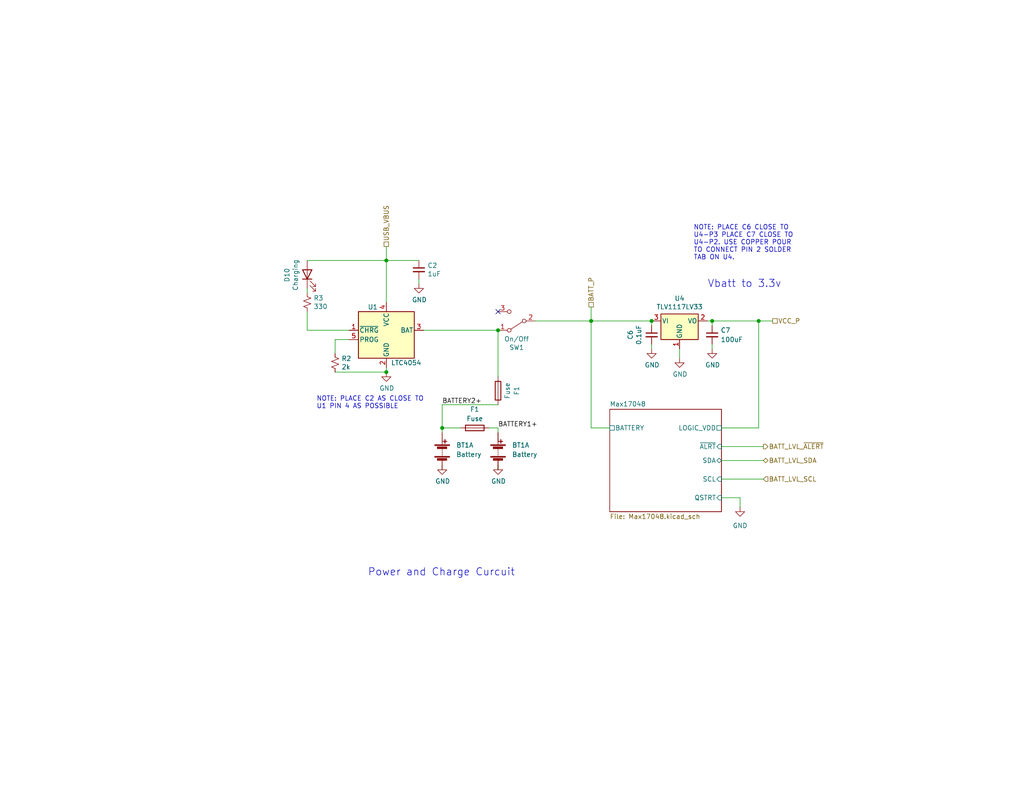
<source format=kicad_sch>
(kicad_sch (version 20230121) (generator eeschema)
  (paper "USLetter")
  (lib_symbols
    (symbol "BadgePirates:Battery_Connector_14500_x2" (pin_numbers hide) (pin_names (offset 0) hide)
      (property "Reference" "BT2" (at 3.81 1.651 0))
      (property "Value" "Battery" (at 3.81 -0.889 0))
      (symbol "Battery_Connector_14500_x2_0_1"
        (rectangle (start -2.032 -1.397) (end 2.032 -1.651) (fill (type outline)))
        (rectangle (start -2.032 1.778) (end 2.032 1.524) (fill (type outline)))
        (rectangle (start -1.3208 -1.9812) (end 1.27 -2.4892) (fill (type outline)))
        (rectangle (start -1.3208 1.1938) (end 1.27 0.6858) (fill (type outline)))
        (polyline (pts (xy 0 -1.524) (xy 0 -1.27)))
        (polyline (pts (xy 0 -1.016) (xy 0 -0.762)))
        (polyline (pts (xy 0 -0.508) (xy 0 -0.254)))
        (polyline (pts (xy 0 0) (xy 0 0.254)))
        (polyline (pts (xy 0 0.508) (xy 0 0.762)))
        (polyline (pts (xy 0 1.778) (xy 0 2.54)))
        (polyline (pts (xy 0.254 2.667) (xy 1.27 2.667)) (stroke (width 0.254)))
        (polyline (pts (xy 0.762 3.175) (xy 0.762 2.159)) (stroke (width 0.254)))
      )
      (symbol "Battery_Connector_14500_x2_1_1"
        (pin passive line (at 0 5.08 270) (length 2.54) (name "+") (number "1"))
        (pin passive line (at 0 -5.08 90) (length 2.54) (name "-") (number "2"))
      )
      (symbol "Battery_Connector_14500_x2_2_1"
        (pin passive line (at 0 5.08 270) (length 2.54) (name "+") (number "1"))
        (pin passive line (at 0 -5.08 90) (length 2.54) (name "-") (number "2"))
      )
    )
    (symbol "BadgePirates:C_.1uf_0805" (pin_numbers hide) (pin_names (offset 0.254) hide)
      (property "Reference" "C_.1uf_0805" (at 2.3368 1.1684 0))
      (property "Value" "0.1uF" (at 2.3368 -1.143 0))
      (symbol "C_.1uf_0805_0_1"
        (polyline (pts (xy -1.524 -0.508) (xy 1.524 -0.508)) (stroke (width 0.3302)))
        (polyline (pts (xy -1.524 0.508) (xy 1.524 0.508)) (stroke (width 0.3048)))
      )
      (symbol "C_.1uf_0805_1_1"
        (pin passive line (at 0 2.54 270) (length 2.032) (name "~") (number "1"))
        (pin passive line (at 0 -2.54 90) (length 2.032) (name "~") (number "2"))
      )
    )
    (symbol "BadgePirates:Fuse" (pin_numbers hide) (pin_names (offset 0))
      (property "Reference" "F1" (at -5.08 0 90))
      (property "Value" "Fuse" (at -2.54 0 90))
      (symbol "Fuse_0_1"
        (rectangle (start -0.762 -2.54) (end 0.762 2.54) (stroke (width 0.254)))
        (polyline (pts (xy 0 2.54) (xy 0 -2.54)))
      )
      (symbol "Fuse_1_1"
        (pin passive line (at 0 3.81 270) (length 1.27) (name "~") (number "1"))
        (pin passive line (at 0 -3.81 90) (length 1.27) (name "~") (number "2"))
      )
    )
    (symbol "BadgePirates:R_330k_1206" (pin_numbers hide) (pin_names (offset 0.254) hide)
      (property "Reference" "R3" (at 1.7272 1.1684 0))
      (property "Value" "330" (at 1.7272 -1.143 0))
      (symbol "R_330k_1206_1_1"
        (polyline (pts (xy 0 0) (xy 1.016 -0.381) (xy 0 -0.762) (xy -1.016 -1.143) (xy 0 -1.524)))
        (polyline (pts (xy 0 1.524) (xy 1.016 1.143) (xy 0 0.762) (xy -1.016 0.381) (xy 0 0)))
        (pin passive line (at 0 2.54 270) (length 1.016) (name "~") (number "1"))
        (pin passive line (at 0 -2.54 90) (length 1.016) (name "~") (number "2"))
      )
    )
    (symbol "Battery_Management:LTC4054ES5-4.2" (pin_names (offset 0.254))
      (property "Reference" "U" (at -5.842 6.604 0))
      (property "Value" "LTC4054ES5-4.2" (at 1.524 6.604 0))
      (symbol "LTC4054ES5-4.2_0_1"
        (rectangle (start -7.62 5.08) (end 7.62 -7.62) (stroke (width 0.254)) (fill (type background)))
      )
      (symbol "LTC4054ES5-4.2_1_1"
        (pin open_collector line (at -10.16 0 0) (length 2.54) (name "~{CHRG}") (number "1"))
        (pin power_in line (at 0 -10.16 90) (length 2.54) (name "GND") (number "2"))
        (pin power_out line (at 10.16 0 180) (length 2.54) (name "BAT") (number "3"))
        (pin power_in line (at 0 7.62 270) (length 2.54) (name "VCC") (number "4"))
        (pin bidirectional line (at -10.16 -2.54 0) (length 2.54) (name "PROG") (number "5"))
      )
    )
    (symbol "Device:C_Small" (pin_numbers hide) (pin_names (offset 0.254) hide)
      (property "Reference" "C" (at 0.254 1.778 0))
      (property "Value" "C_Small" (at 0.254 -2.032 0))
      (symbol "C_Small_0_1"
        (polyline (pts (xy -1.524 -0.508) (xy 1.524 -0.508)) (stroke (width 0.3302)))
        (polyline (pts (xy -1.524 0.508) (xy 1.524 0.508)) (stroke (width 0.3048)))
      )
      (symbol "C_Small_1_1"
        (pin passive line (at 0 2.54 270) (length 2.032) (name "~") (number "1"))
        (pin passive line (at 0 -2.54 90) (length 2.032) (name "~") (number "2"))
      )
    )
    (symbol "Device:Fuse" (pin_numbers hide) (pin_names (offset 0))
      (property "Reference" "F" (at 2.032 0 90))
      (property "Value" "Fuse" (at -1.905 0 90))
      (symbol "Fuse_0_1"
        (rectangle (start -0.762 -2.54) (end 0.762 2.54) (stroke (width 0.254)))
        (polyline (pts (xy 0 2.54) (xy 0 -2.54)))
      )
      (symbol "Fuse_1_1"
        (pin passive line (at 0 3.81 270) (length 1.27) (name "~") (number "1"))
        (pin passive line (at 0 -3.81 90) (length 1.27) (name "~") (number "2"))
      )
    )
    (symbol "Device:LED" (pin_numbers hide) (pin_names (offset 1.016) hide)
      (property "Reference" "D" (at 0 2.54 0))
      (property "Value" "LED" (at 0 -2.54 0))
      (symbol "LED_0_1"
        (polyline (pts (xy -1.27 -1.27) (xy -1.27 1.27)) (stroke (width 0.254)))
        (polyline (pts (xy -1.27 0) (xy 1.27 0)))
        (polyline (pts (xy 1.27 -1.27) (xy 1.27 1.27) (xy -1.27 0) (xy 1.27 -1.27)) (stroke (width 0.254)))
        (polyline (pts (xy -3.048 -0.762) (xy -4.572 -2.286) (xy -3.81 -2.286) (xy -4.572 -2.286) (xy -4.572 -1.524)))
        (polyline (pts (xy -1.778 -0.762) (xy -3.302 -2.286) (xy -2.54 -2.286) (xy -3.302 -2.286) (xy -3.302 -1.524)))
      )
      (symbol "LED_1_1"
        (pin passive line (at -3.81 0 0) (length 2.54) (name "K") (number "1"))
        (pin passive line (at 3.81 0 180) (length 2.54) (name "A") (number "2"))
      )
    )
    (symbol "Device:R_Small_US" (pin_numbers hide) (pin_names (offset 0.254) hide)
      (property "Reference" "R" (at 0.762 0.508 0))
      (property "Value" "R_Small_US" (at 0.762 -1.016 0))
      (symbol "R_Small_US_1_1"
        (polyline (pts (xy 0 0) (xy 1.016 -0.381) (xy 0 -0.762) (xy -1.016 -1.143) (xy 0 -1.524)))
        (polyline (pts (xy 0 1.524) (xy 1.016 1.143) (xy 0 0.762) (xy -1.016 0.381) (xy 0 0)))
        (pin passive line (at 0 2.54 270) (length 1.016) (name "~") (number "1"))
        (pin passive line (at 0 -2.54 90) (length 1.016) (name "~") (number "2"))
      )
    )
    (symbol "GND_1" (power) (pin_names (offset 0))
      (property "Value" "GND_1" (at 0 -3.81 0))
      (symbol "GND_1_0_1"
        (polyline (pts (xy 0 0) (xy 0 -1.27) (xy 1.27 -1.27) (xy 0 -2.54) (xy -1.27 -1.27) (xy 0 -1.27)))
      )
      (symbol "GND_1_1_1"
        (pin power_in line (at 0 0 270) (length 0) hide (name "GND") (number "1"))
      )
    )
    (symbol "Regulator_Linear:TLV1117-33" (pin_names (offset 0.254))
      (property "Reference" "U4" (at 0 6.1468 0))
      (property "Value" "TLV1117-33" (at 0 3.8354 0))
      (symbol "TLV1117-33_0_1"
        (rectangle (start -5.08 -5.08) (end 5.08 1.905) (stroke (width 0.254)) (fill (type background)))
      )
      (symbol "TLV1117-33_1_1"
        (pin power_in line (at 0 -7.62 90) (length 2.54) (name "GND") (number "1"))
        (pin power_out line (at 7.62 0 180) (length 2.54) (name "VO") (number "2"))
        (pin power_in line (at -7.62 0 0) (length 2.54) (name "VI") (number "3"))
        (pin power_in line (at 7.62 0 180) (length 2.54) hide (name "VO") (number "4"))
      )
    )
    (symbol "Switch:SW_SPDT" (pin_names (offset 0) hide)
      (property "Reference" "SW" (at 0 4.318 0))
      (property "Value" "SW_SPDT" (at 0 -5.08 0))
      (symbol "SW_SPDT_0_0"
        (circle (center -2.032 0) (radius 0.508))
        (circle (center 2.032 -2.54) (radius 0.508))
      )
      (symbol "SW_SPDT_0_1"
        (polyline (pts (xy -1.524 0.254) (xy 1.651 2.286)))
        (circle (center 2.032 2.54) (radius 0.508))
      )
      (symbol "SW_SPDT_1_1"
        (pin passive line (at 5.08 2.54 180) (length 2.54) (name "A") (number "1"))
        (pin passive line (at -5.08 0 0) (length 2.54) (name "B") (number "2"))
        (pin passive line (at 5.08 -2.54 180) (length 2.54) (name "C") (number "3"))
      )
    )
    (symbol "power:GND" (power) (pin_names (offset 0))
      (property "Value" "GND" (at 0 -3.81 0))
      (symbol "GND_0_1"
        (polyline (pts (xy 0 0) (xy 0 -1.27) (xy 1.27 -1.27) (xy 0 -2.54) (xy -1.27 -1.27) (xy 0 -1.27)))
      )
      (symbol "GND_1_1"
        (pin power_in line (at 0 0 270) (length 0) hide (name "GND") (number "1"))
      )
    )
  )
  (junction (at 161.29 87.63))
  (junction (at 194.31 87.63))
  (junction (at 105.41 71.12))
  (junction (at 207.01 87.63))
  (junction (at 105.41 101.6))
  (junction (at 177.8 87.63))
  (junction (at 120.65 116.84))
  (junction (at 135.89 90.17))
  (no_connect (at 135.89 85.09))
  (wire (pts (xy 161.29 87.63) (xy 177.8 87.63)))
  (wire (pts (xy 83.82 71.12) (xy 105.41 71.12)))
  (wire (pts (xy 196.85 125.73) (xy 208.28 125.73)))
  (wire (pts (xy 207.01 87.63) (xy 194.31 87.63)))
  (wire (pts (xy 196.85 130.81) (xy 208.28 130.81)))
  (wire (pts (xy 83.82 78.74) (xy 83.82 80.01)))
  (wire (pts (xy 120.65 116.84) (xy 125.73 116.84)))
  (wire (pts (xy 120.65 116.84) (xy 120.65 118.11)))
  (wire (pts (xy 115.57 90.17) (xy 135.89 90.17)))
  (wire (pts (xy 177.8 88.9) (xy 177.8 87.63)))
  (wire (pts (xy 105.41 71.12) (xy 105.41 82.55)))
  (wire (pts (xy 83.82 85.09) (xy 83.82 90.17)))
  (wire (pts (xy 133.35 116.84) (xy 135.89 116.84)))
  (wire (pts (xy 146.05 87.63) (xy 161.29 87.63)))
  (wire (pts (xy 161.29 87.63) (xy 161.29 116.84)))
  (wire (pts (xy 120.65 128.27) (xy 120.65 127)))
  (wire (pts (xy 91.44 92.71) (xy 91.44 96.52)))
  (wire (pts (xy 201.93 138.43) (xy 201.93 135.89)))
  (wire (pts (xy 105.41 67.31) (xy 105.41 71.12)))
  (wire (pts (xy 135.89 110.49) (xy 120.65 110.49)))
  (wire (pts (xy 161.29 116.84) (xy 166.37 116.84)))
  (wire (pts (xy 105.41 100.33) (xy 105.41 101.6)))
  (wire (pts (xy 207.01 116.84) (xy 196.85 116.84)))
  (wire (pts (xy 207.01 87.63) (xy 210.82 87.63)))
  (wire (pts (xy 135.89 116.84) (xy 135.89 118.11)))
  (wire (pts (xy 194.31 93.98) (xy 194.31 95.25)))
  (wire (pts (xy 114.3 76.2) (xy 114.3 77.47)))
  (wire (pts (xy 196.85 121.92) (xy 208.28 121.92)))
  (wire (pts (xy 95.25 92.71) (xy 91.44 92.71)))
  (wire (pts (xy 105.41 71.12) (xy 114.3 71.12)))
  (wire (pts (xy 207.01 87.63) (xy 207.01 116.84)))
  (wire (pts (xy 83.82 90.17) (xy 95.25 90.17)))
  (wire (pts (xy 91.44 101.6) (xy 105.41 101.6)))
  (wire (pts (xy 177.8 95.25) (xy 177.8 93.98)))
  (wire (pts (xy 135.89 128.27) (xy 135.89 127)))
  (wire (pts (xy 120.65 110.49) (xy 120.65 116.84)))
  (wire (pts (xy 161.29 83.82) (xy 161.29 87.63)))
  (wire (pts (xy 201.93 135.89) (xy 196.85 135.89)))
  (wire (pts (xy 194.31 87.63) (xy 194.31 88.9)))
  (wire (pts (xy 185.42 95.25) (xy 185.42 97.79)))
  (wire (pts (xy 193.04 87.63) (xy 194.31 87.63)))
  (wire (pts (xy 135.89 90.17) (xy 135.89 102.87)))
  (text "Power and Charge Curcuit\n" (at 100.33 157.48 0) (effects (font (size 2.0066 2.0066)) (justify left bottom)))
  (text "NOTE: PLACE C2 AS CLOSE TO\nU1 PIN 4 AS POSSIBLE" (at 86.36 111.76 0) (effects (font (size 1.27 1.27)) (justify left bottom)))
  (text "NOTE: PLACE C6 CLOSE TO\nU4-P3 PLACE C7 CLOSE TO\nU4-P2. USE COPPER POUR\nTO CONNECT PIN 2 SOLDER\nTAB ON U4." (at 189.23 71.12 0) (effects (font (size 1.27 1.27)) (justify left bottom)))
  (text "Vbatt to 3.3v" (at 193.04 78.74 0) (effects (font (size 2.0066 2.0066)) (justify left bottom)))
  (label "BATTERY2+" (at 120.65 110.49 0))
  (label "BATTERY1+" (at 135.89 116.84 0))
  (hierarchical_label "BATT_LVL_~{ALERT}" (shape output) (at 208.28 121.92 0))
  (hierarchical_label "BATT_P" (shape passive) (at 161.29 83.82 90))
  (hierarchical_label "BATT_LVL_SDA" (shape bidirectional) (at 208.28 125.73 0))
  (hierarchical_label "VCC_P" (shape passive) (at 210.82 87.63 0))
  (hierarchical_label "USB_VBUS" (shape passive) (at 105.41 67.31 90))
  (hierarchical_label "BATT_LVL_SCL" (shape input) (at 208.28 130.81 0))
  (symbol (lib_id "power:GND") (at 120.65 127 0) (unit 1)
    (property "Reference" "#PWR01" (effects hide))
    (property "Value" "GND" (at 120.777 131.3942 0))
    (instances (project "ProjectNeoRogue" (path "" (reference "#PWR01") (unit 1)) (path "" (reference "#PWR039") (unit 1))))
  )
  (symbol (lib_id "Device:LED") (at 83.82 74.93 90) (unit 1)
    (property "Reference" "D10" (at 78.3082 75.1078 0))
    (property "Value" "Charging" (at 80.6196 75.1078 0))
    (property "Footprint" "BadgePirates:LED_1206" (effects hide))
    (property "MFG" "Foshan NationStar Optoelectronics" (effects hide))
    (property "MFG_PN" "NCD1206B1" (effects hide))
    (property "Vendor1" "LCSC" (effects hide))
    (property "Vendor1_PN" "C130717" (effects hide))
    (property "Vendor1_URL" "https://www.lcsc.com/product-detail/Light-Emitting-Diodes-span-style-background-color-ff0-LED-span_Foshan-NationStar-Optoelectronics-NCD1206B1_C130717.html" (effects hide))
    (instances (project "ProjectNeoRogue" (path "" (reference "D10") (unit 1)) (path "" (reference "D3") (unit 1))))
  )
  (symbol (lib_id "Battery_Management:LTC4054ES5-4.2") (at 105.41 90.17 0) (unit 1)
    (property "Reference" "U1" (at 100.33 83.82 0) (effects (justify left)))
    (property "Value" "LTC4054" (at 106.68 99.06 0) (effects (justify left)))
    (property "Footprint" "BadgePirates:LTC4054" (effects hide))
    (property "Datasheet" "https://datasheet.lcsc.com/lcsc/1912111437_TPOWER-TP4054ST25K_C382138.pdf" (effects hide))
    (property "MFG" "TPOWER" (effects hide))
    (property "MFG_PN" "TP4054ST25K" (effects hide))
    (property "Vendor1" "LCSC" (effects hide))
    (property "Vendor1_PN" "TP4054ST25K" (effects hide))
    (property "Vendor1_URL" "https://www.lcsc.com/product-detail/Battery-Management-ICs_TPOWER-TP4054ST25K_C382138.html" (effects hide))
  )
  (symbol (lib_id "BadgePirates:Battery_Connector_14500_x2") (at 135.89 123.19 0) (unit 1)
    (property "Reference" "BT1" (at 139.7 121.539 0) (effects (justify left)))
    (property "Value" "Battery" (at 139.7 124.079 0) (effects (justify left)))
    (property "Footprint" "BadgePirates:Battery - 14500" (effects hide))
    (property "Datasheet" "https://www.keyelco.com/userAssets/file/M65p10.pdf" (effects hide))
    (property "MFG" "Keystone Electronics" (effects hide))
    (property "MFG_PN" "53" (effects hide))
    (property "Vendor1" "DigiKey" (effects hide))
    (property "Vendor1_PN" "36-53-ND" (effects hide))
    (property "Vendor1_URL" "https://www.digikey.com/en/products/detail/keystone-electronics/53/2745544" (effects hide))
  )
  (symbol (lib_id "power:GND") (at 185.42 97.79 0) (unit 1)
    (property "Reference" "#PWR035" (effects hide))
    (property "Value" "GND" (at 185.547 102.1842 0))
  )
  (symbol (lib_id "Regulator_Linear:TLV1117-33") (at 185.42 87.63 0) (unit 1)
    (property "Reference" "U4" (at 185.42 81.4832 0))
    (property "Value" "TLV1117LV33" (at 185.42 83.7946 0))
    (property "Footprint" "BadgePirates:SOT-223" (effects hide))
    (property "Datasheet" "https://datasheet.lcsc.com/lcsc/1809050431_Texas-Instruments-TLV1117LV33DCYR_C15578.pdf" (effects hide))
    (property "OrderURL" "https://www.lcsc.com/product-detail/_Texas-Instruments-_C15578.html" (effects hide))
    (property "MFG" "Texas Instruments" (effects hide))
    (property "MFG_PN" "TLV1117LV33DCYR" (effects hide))
    (property "Vendor1" "LCSC" (effects hide))
    (property "Vendor1_PN" "C15578" (effects hide))
    (property "Vendor1_URL" "https://www.lcsc.com/product-detail/_Texas-Instruments-_C15578.html" (effects hide))
  )
  (symbol (lib_id "BadgePirates:R_330k_1206") (at 83.82 82.55 0) (unit 1)
    (property "Reference" "R3" (at 85.5472 81.3816 0) (effects (justify left)))
    (property "Value" "330" (at 85.5472 83.693 0) (effects (justify left)))
    (property "Footprint" "BadgePirates:R_1206_3216Metric" (effects hide))
    (property "Datasheet" "https://datasheet.lcsc.com/lcsc/2304140030_YAGEO-AC1206JR-07330KL_C229929.pdf" (effects hide))
    (property "MFG" "YAGEO" (effects hide))
    (property "MFG_PN" "AC1206JR-07330KL" (effects hide))
    (property "Vendor1" "LCSC" (effects hide))
    (property "Vendor1_PN" "C229929" (effects hide))
    (property "Vendor1_URL" "https://www.lcsc.com/product-detail/Chip-Resistor-Surface-Mount_YAGEO-AC1206JR-07330KL_C229929.html" (effects hide))
  )
  (symbol (lib_id "power:GND") (at 177.8 95.25 0) (unit 1)
    (property "Reference" "#PWR031" (effects hide))
    (property "Value" "GND" (at 177.927 99.6442 0))
  )
  (symbol (lib_id "power:GND") (at 194.31 95.25 0) (unit 1)
    (property "Reference" "#PWR038" (effects hide))
    (property "Value" "GND" (at 194.437 99.6442 0))
  )
  (symbol (lib_id "power:GND") (at 114.3 77.47 0) (unit 1)
    (property "Reference" "#PWR015" (effects hide))
    (property "Value" "GND" (at 114.427 81.8642 0))
  )
  (symbol (lib_id "Device:R_Small_US") (at 91.44 99.06 0) (unit 1)
    (property "Reference" "R2" (at 93.1672 97.8916 0) (effects (justify left)))
    (property "Value" "2k" (at 93.1672 100.203 0) (effects (justify left)))
    (property "Footprint" "BadgePirates:R_1206_3216Metric" (effects hide))
    (property "Datasheet" "https://datasheet.lcsc.com/lcsc/2304140030_YAGEO-RC1206FR-072KL_C133543.pdf" (effects hide))
    (property "MFG" "YAGEO" (effects hide))
    (property "MFG_PN" "RC1206FR-072KL" (effects hide))
    (property "Vendor1" "LCSC" (effects hide))
    (property "Vendor1_PN" "C133543" (effects hide))
    (property "Vendor1_URL" "https://www.lcsc.com/product-detail/Chip-Resistor-Surface-Mount_YAGEO-RC1206FR-072KL_C133543.html" (effects hide))
  )
  (symbol (lib_id "power:GND") (at 135.89 127 0) (unit 1)
    (property "Reference" "#PWR01" (effects hide))
    (property "Value" "GND" (at 136.017 131.3942 0))
  )
  (symbol (lib_id "Device:C_Small") (at 194.31 91.44 0) (unit 1)
    (property "Reference" "C7" (at 196.6214 90.1735 0) (effects (justify left)))
    (property "Value" "100uF" (at 196.6214 92.7104 0) (effects (justify left)))
    (property "Footprint" "BadgePirates:100uf_CP_Pad1.50x2.35mm" (effects hide))
    (property "Datasheet" "https://datasheet.lcsc.com/lcsc/2304140030_Kyocera-AVX-TAJB107M006RNJ_C7195.pdf" (effects hide))
    (property "Package" "CASE-B-3528" (effects hide))
    (property "MFG" "KYOCERA AVX" (effects hide))
    (property "MFG_PN" "TAJB107M006RNJ" (effects hide))
    (property "Vendor1" "LCSC" (effects hide))
    (property "Vendor1_PN" "C7195" (effects hide))
    (property "Vendor1_URL" "https://www.lcsc.com/product-detail/Tantalum-Capacitors_Kyocera-AVX-TAJB107M006RNJ_C7195.html" (effects hide))
  )
  (symbol (lib_id "Switch:SW_SPDT") (at 140.97 87.63 180) (unit 1)
    (property "Reference" "SW1" (at 140.97 94.869 0))
    (property "Value" "On/Off" (at 140.97 92.5576 0))
    (property "Footprint" "BadgePirates:SW_SPDT_PCM12" (effects hide))
    (property "Datasheet" "https://datasheet.lcsc.com/lcsc/1808041445_ALPSALPINE-SSSS811101_C109335.pdf" (effects hide))
    (property "MFG" "ALPSALPINE" (effects hide))
    (property "MFG_PN" "SSSS811101" (effects hide))
    (property "Vendor1" "LCSC" (effects hide))
    (property "Vendor1_PN" "C109335" (effects hide))
    (property "Vendor1_URL" "https://www.lcsc.com/product-detail/Slide-Switches_ALPSALPINE-SSSS811101_C109335.html" (effects hide))
  )
  (symbol (lib_id "Device:C_Small") (at 114.3 73.66 0) (unit 1)
    (property "Reference" "C2" (at 116.6368 72.4916 0) (effects (justify left)))
    (property "Value" "1uF" (at 116.6368 74.803 0) (effects (justify left)))
    (property "Footprint" "BadgePirates:C_0805_2012Metric" (effects hide))
    (property "Datasheet" "https://datasheet.lcsc.com/lcsc/2304140030_Samsung-Electro-Mechanics-CL21B105KBFNNNE_C28323.pdf" (effects hide))
    (property "MFG" "Samsung Electro-Mechanics" (effects hide))
    (property "MFG_PN" "CL21B105KBFNNNE" (effects hide))
    (property "Vendor1" "LCSC" (effects hide))
    (property "Vendor1_PN" "C28323" (effects hide))
    (property "Vendor1_URL" "https://www.lcsc.com/product-detail/Multilayer-Ceramic-Capacitors-MLCC-SMD-SMT_Samsung-Electro-Mechanics-CL21B105KBFNNNE_C28323.html" (effects hide))
  )
  (symbol (lib_id "BadgePirates:C_.1uf_0805") (at 177.8 91.44 0) (unit 1)
    (property "Reference" "C6" (at 171.9834 91.44 90))
    (property "Value" "0.1uF" (at 174.2948 91.44 90))
    (property "Footprint" "BadgePirates:C_0805_2012Metric" (effects hide))
    (property "Datasheet" "https://datasheet.lcsc.com/lcsc/2304140030_TORCH-CT41G-0805-2X1-50V-0-1-F-K-N_C126469.pdf" (effects hide))
    (property "MFG" "TORCH " (effects hide))
    (property "MFG_PN" "CT41G-0805-2X1-50V-0.1μF-K(N)" (effects hide))
    (property "Vendor1" "LCSC" (effects hide))
    (property "Vendor1_PN" "C126469" (effects hide))
    (property "Vendor1_URL" "https://www.lcsc.com/product-detail/Multilayer-Ceramic-Capacitors-MLCC-SMD-SMT_TORCH-CT41G-0805-2X1-50V-0-1-F-K-N_C126469.html" (effects hide))
  )
  (symbol (lib_id "BadgePirates:Fuse") (at 129.54 116.84 270) (unit 1)
    (property "Reference" "F1" (at 129.54 111.76 90))
    (property "Value" "Fuse" (at 129.54 114.3 90))
    (property "Footprint" "BadgePirates:R_1206_3216Metric" (effects hide))
    (property "Datasheet" "https://datasheet.lcsc.com/lcsc/1810101859_TLC-Electronic-TLC-NSMD200_C261957.pdf" (effects hide))
    (property "MFG" "TLC Electronic" (effects hide))
    (property "MFG_PN" "TLC-NSMD200" (effects hide))
    (property "Vendor1" "LCSC" (effects hide))
    (property "Vendor1_PN" "C261957" (effects hide))
    (property "Vendor1_URL" "https://www.lcsc.com/product-detail/Resettable-Fuses_TLC-Electronic-TLC-NSMD200_C261957.html" (effects hide))
    (instances (project "ProjectNeoRogue" (path "" (reference "F1") (unit 1)) (path "" (reference "F2") (unit 1))))
  )
  (symbol (lib_id "Device:Fuse") (at 135.89 106.68 180) (unit 1)
    (property "Reference" "F1" (at 140.97 106.68 90))
    (property "Value" "Fuse" (at 138.43 106.68 90))
    (property "Footprint" "BadgePirates:R_1206_3216Metric" (effects hide))
    (property "Datasheet" "https://datasheet.lcsc.com/lcsc/1810101859_TLC-Electronic-TLC-NSMD200_C261957.pdf" (effects hide))
    (property "MFG" "TLC Electronic" (effects hide))
    (property "MFG_PN" "TLC-NSMD200" (effects hide))
    (property "Vendor1" "LCSC" (effects hide))
    (property "Vendor1_PN" "C261957" (effects hide))
    (property "Vendor1_URL" "https://www.lcsc.com/product-detail/Resettable-Fuses_TLC-Electronic-TLC-NSMD200_C261957.html" (effects hide))
  )
  (symbol (lib_name "GND_1") (lib_id "power:GND") (at 201.93 138.43 0) (unit 1)
    (property "Reference" "#PWR062" (effects hide))
    (property "Value" "GND" (at 201.93 143.51 0))
  )
  (symbol (lib_id "power:GND") (at 105.41 101.6 0) (unit 1)
    (property "Reference" "#PWR012" (effects hide))
    (property "Value" "GND" (at 105.537 105.9942 0))
  )
  (symbol (lib_id "BadgePirates:Battery_Connector_14500_x2") (at 120.65 123.19 0) (unit 1)
    (property "Reference" "BT1" (at 124.46 121.539 0) (effects (justify left)))
    (property "Value" "Battery" (at 124.46 124.079 0) (effects (justify left)))
    (property "Footprint" "BadgePirates:Battery - 14500" (effects hide))
    (property "Datasheet" "https://www.keyelco.com/userAssets/file/M65p10.pdf" (effects hide))
    (property "MFG" "Keystone Electronics" (effects hide))
    (property "MFG_PN" "53" (effects hide))
    (property "Vendor1" "DigiKey" (effects hide))
    (property "Vendor1_PN" "36-53-ND" (effects hide))
    (property "Vendor1_URL" "https://www.digikey.com/en/products/detail/keystone-electronics/53/2745544" (effects hide))
    (instances (project "ProjectNeoRogue" (path "" (reference "BT1") (unit 1)) (path "" (reference "BT2") (unit 1))))
  )
  (sheet (at 166.37 111.76) (size 30.48 27.94) (stroke (width 0.1524))
    (property "Sheetname" "Max17048" (at 166.37 111.0484 0) (effects (justify left bottom)))
    (property "Sheetfile" "Max17048.kicad_sch" (at 166.37 140.2846 0) (effects (justify left top)))
    (pin "BATTERY" passive (at 166.37 116.84 180))
    (pin "QSTRT" input (at 196.85 135.89 0))
    (pin "SCL" input (at 196.85 130.81 0))
    (pin "LOGIC_VDD" passive (at 196.85 116.84 0))
    (pin "~{ALRT}" input (at 196.85 121.92 0))
    (pin "SDA" bidirectional (at 196.85 125.73 0))
  )
)
</source>
